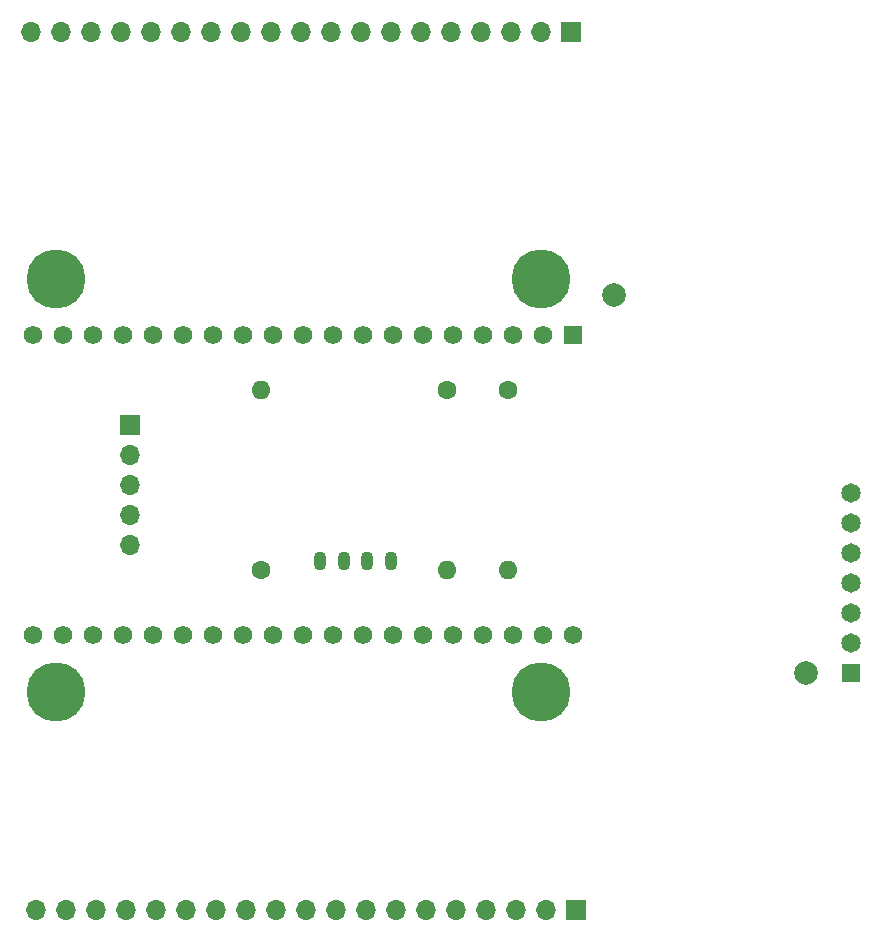
<source format=gbr>
G04 #@! TF.GenerationSoftware,KiCad,Pcbnew,(5.1.0)-1*
G04 #@! TF.CreationDate,2021-02-05T09:11:41+01:00*
G04 #@! TF.ProjectId,phyphox_CO2_Monitor,70687970-686f-4785-9f43-4f325f4d6f6e,rev?*
G04 #@! TF.SameCoordinates,Original*
G04 #@! TF.FileFunction,Soldermask,Bot*
G04 #@! TF.FilePolarity,Negative*
%FSLAX46Y46*%
G04 Gerber Fmt 4.6, Leading zero omitted, Abs format (unit mm)*
G04 Created by KiCad (PCBNEW (5.1.0)-1) date 2021-02-05 09:11:41*
%MOMM*%
%LPD*%
G04 APERTURE LIST*
%ADD10O,1.100000X1.600000*%
%ADD11C,2.000000*%
%ADD12C,5.000000*%
%ADD13O,1.700000X1.700000*%
%ADD14R,1.700000X1.700000*%
%ADD15R,1.560000X1.560000*%
%ADD16C,1.560000*%
%ADD17R,1.650000X1.650000*%
%ADD18C,1.650000*%
%ADD19C,1.600000*%
%ADD20O,1.600000X1.600000*%
G04 APERTURE END LIST*
D10*
X139583640Y-85097460D03*
X141583640Y-85097460D03*
X143583640Y-85097460D03*
X145583640Y-85097460D03*
D11*
X164514800Y-62549200D03*
X180714800Y-94549200D03*
D12*
X158264800Y-61199200D03*
X158264800Y-96199200D03*
X117264800Y-61199200D03*
X117264800Y-96199200D03*
D13*
X123484800Y-83779200D03*
X123484800Y-81239200D03*
X123484800Y-78699200D03*
X123484800Y-76159200D03*
D14*
X123484800Y-73619200D03*
D15*
X161024800Y-65999200D03*
D16*
X158484800Y-65999200D03*
X115304800Y-65999200D03*
X155944800Y-65999200D03*
X153404800Y-65999200D03*
X150864800Y-65999200D03*
X148324800Y-65999200D03*
X145784800Y-65999200D03*
X143244800Y-65999200D03*
X140704800Y-65999200D03*
X138164800Y-65999200D03*
X135624800Y-65999200D03*
X133084800Y-65999200D03*
X130544800Y-65999200D03*
X128004800Y-65999200D03*
X125464800Y-65999200D03*
X122924800Y-65999200D03*
X120384800Y-65999200D03*
X117844800Y-65999200D03*
X161024800Y-91399200D03*
X158484800Y-91399200D03*
X155944800Y-91399200D03*
X153404800Y-91399200D03*
X150864800Y-91399200D03*
X148324800Y-91399200D03*
X145784800Y-91399200D03*
X143244800Y-91399200D03*
X140704800Y-91399200D03*
X138164800Y-91399200D03*
X135624800Y-91399200D03*
X133084800Y-91399200D03*
X130544800Y-91399200D03*
X128004800Y-91399200D03*
X125464800Y-91399200D03*
X122924800Y-91399200D03*
X120384800Y-91399200D03*
X117844800Y-91399200D03*
X115304800Y-91399200D03*
D17*
X184584800Y-94629200D03*
D18*
X184584800Y-92089200D03*
X184584800Y-89549200D03*
X184584800Y-87009200D03*
X184584800Y-84469200D03*
X184584800Y-81929200D03*
X184584800Y-79389200D03*
D13*
X115544800Y-114699200D03*
X118084800Y-114699200D03*
X120624800Y-114699200D03*
X123164800Y-114699200D03*
X125704800Y-114699200D03*
X128244800Y-114699200D03*
X130784800Y-114699200D03*
X133324800Y-114699200D03*
X135864800Y-114699200D03*
X138404800Y-114699200D03*
X140944800Y-114699200D03*
X143484800Y-114699200D03*
X146024800Y-114699200D03*
X148564800Y-114699200D03*
X151104800Y-114699200D03*
X153644800Y-114699200D03*
X156184800Y-114699200D03*
X158724800Y-114699200D03*
D14*
X161264800Y-114699200D03*
D13*
X115124800Y-40333200D03*
X117664800Y-40333200D03*
X120204800Y-40333200D03*
X122744800Y-40333200D03*
X125284800Y-40333200D03*
X127824800Y-40333200D03*
X130364800Y-40333200D03*
X132904800Y-40333200D03*
X135444800Y-40333200D03*
X137984800Y-40333200D03*
X140524800Y-40333200D03*
X143064800Y-40333200D03*
X145604800Y-40333200D03*
X148144800Y-40333200D03*
X150684800Y-40333200D03*
X153224800Y-40333200D03*
X155764800Y-40333200D03*
X158304800Y-40333200D03*
D14*
X160844800Y-40333200D03*
D19*
X134597300Y-85874700D03*
D20*
X134597300Y-70634700D03*
D19*
X150317800Y-70624200D03*
D20*
X150317800Y-85864200D03*
X155524800Y-85864200D03*
D19*
X155524800Y-70624200D03*
M02*

</source>
